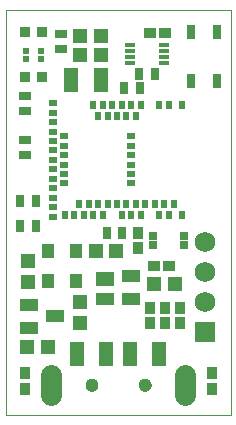
<source format=gts>
G75*
%MOIN*%
%OFA0B0*%
%FSLAX25Y25*%
%IPPOS*%
%LPD*%
%AMOC8*
5,1,8,0,0,1.08239X$1,22.5*
%
%ADD10C,0.00000*%
%ADD11R,0.01975X0.02762*%
%ADD12R,0.02762X0.01975*%
%ADD13R,0.04731X0.07880*%
%ADD14R,0.04534X0.04652*%
%ADD15R,0.04652X0.04534*%
%ADD16R,0.03313X0.04042*%
%ADD17R,0.04042X0.03313*%
%ADD18R,0.06069X0.04337*%
%ADD19R,0.06069X0.05124*%
%ADD20C,0.07000*%
%ADD21C,0.04337*%
%ADD22R,0.05124X0.08274*%
%ADD23R,0.03156X0.03943*%
%ADD24R,0.02953X0.04528*%
%ADD25R,0.02565X0.02565*%
%ADD26R,0.03550X0.03550*%
%ADD27R,0.02362X0.01969*%
%ADD28R,0.03943X0.03156*%
%ADD29R,0.05912X0.04337*%
%ADD30R,0.04337X0.05124*%
%ADD31R,0.06900X0.06900*%
%ADD32C,0.06900*%
%ADD33R,0.03740X0.01575*%
D10*
X0035145Y0060631D02*
X0035145Y0195631D01*
X0110145Y0195631D01*
X0110145Y0060631D01*
X0035145Y0060631D01*
X0061817Y0070631D02*
X0061819Y0070719D01*
X0061825Y0070807D01*
X0061835Y0070895D01*
X0061849Y0070983D01*
X0061866Y0071069D01*
X0061888Y0071155D01*
X0061913Y0071239D01*
X0061943Y0071323D01*
X0061975Y0071405D01*
X0062012Y0071485D01*
X0062052Y0071564D01*
X0062096Y0071641D01*
X0062143Y0071716D01*
X0062193Y0071788D01*
X0062247Y0071859D01*
X0062303Y0071926D01*
X0062363Y0071992D01*
X0062425Y0072054D01*
X0062491Y0072114D01*
X0062558Y0072170D01*
X0062629Y0072224D01*
X0062701Y0072274D01*
X0062776Y0072321D01*
X0062853Y0072365D01*
X0062932Y0072405D01*
X0063012Y0072442D01*
X0063094Y0072474D01*
X0063178Y0072504D01*
X0063262Y0072529D01*
X0063348Y0072551D01*
X0063434Y0072568D01*
X0063522Y0072582D01*
X0063610Y0072592D01*
X0063698Y0072598D01*
X0063786Y0072600D01*
X0063874Y0072598D01*
X0063962Y0072592D01*
X0064050Y0072582D01*
X0064138Y0072568D01*
X0064224Y0072551D01*
X0064310Y0072529D01*
X0064394Y0072504D01*
X0064478Y0072474D01*
X0064560Y0072442D01*
X0064640Y0072405D01*
X0064719Y0072365D01*
X0064796Y0072321D01*
X0064871Y0072274D01*
X0064943Y0072224D01*
X0065014Y0072170D01*
X0065081Y0072114D01*
X0065147Y0072054D01*
X0065209Y0071992D01*
X0065269Y0071926D01*
X0065325Y0071859D01*
X0065379Y0071788D01*
X0065429Y0071716D01*
X0065476Y0071641D01*
X0065520Y0071564D01*
X0065560Y0071485D01*
X0065597Y0071405D01*
X0065629Y0071323D01*
X0065659Y0071239D01*
X0065684Y0071155D01*
X0065706Y0071069D01*
X0065723Y0070983D01*
X0065737Y0070895D01*
X0065747Y0070807D01*
X0065753Y0070719D01*
X0065755Y0070631D01*
X0065753Y0070543D01*
X0065747Y0070455D01*
X0065737Y0070367D01*
X0065723Y0070279D01*
X0065706Y0070193D01*
X0065684Y0070107D01*
X0065659Y0070023D01*
X0065629Y0069939D01*
X0065597Y0069857D01*
X0065560Y0069777D01*
X0065520Y0069698D01*
X0065476Y0069621D01*
X0065429Y0069546D01*
X0065379Y0069474D01*
X0065325Y0069403D01*
X0065269Y0069336D01*
X0065209Y0069270D01*
X0065147Y0069208D01*
X0065081Y0069148D01*
X0065014Y0069092D01*
X0064943Y0069038D01*
X0064871Y0068988D01*
X0064796Y0068941D01*
X0064719Y0068897D01*
X0064640Y0068857D01*
X0064560Y0068820D01*
X0064478Y0068788D01*
X0064394Y0068758D01*
X0064310Y0068733D01*
X0064224Y0068711D01*
X0064138Y0068694D01*
X0064050Y0068680D01*
X0063962Y0068670D01*
X0063874Y0068664D01*
X0063786Y0068662D01*
X0063698Y0068664D01*
X0063610Y0068670D01*
X0063522Y0068680D01*
X0063434Y0068694D01*
X0063348Y0068711D01*
X0063262Y0068733D01*
X0063178Y0068758D01*
X0063094Y0068788D01*
X0063012Y0068820D01*
X0062932Y0068857D01*
X0062853Y0068897D01*
X0062776Y0068941D01*
X0062701Y0068988D01*
X0062629Y0069038D01*
X0062558Y0069092D01*
X0062491Y0069148D01*
X0062425Y0069208D01*
X0062363Y0069270D01*
X0062303Y0069336D01*
X0062247Y0069403D01*
X0062193Y0069474D01*
X0062143Y0069546D01*
X0062096Y0069621D01*
X0062052Y0069698D01*
X0062012Y0069777D01*
X0061975Y0069857D01*
X0061943Y0069939D01*
X0061913Y0070023D01*
X0061888Y0070107D01*
X0061866Y0070193D01*
X0061849Y0070279D01*
X0061835Y0070367D01*
X0061825Y0070455D01*
X0061819Y0070543D01*
X0061817Y0070631D01*
X0079534Y0070631D02*
X0079536Y0070719D01*
X0079542Y0070807D01*
X0079552Y0070895D01*
X0079566Y0070983D01*
X0079583Y0071069D01*
X0079605Y0071155D01*
X0079630Y0071239D01*
X0079660Y0071323D01*
X0079692Y0071405D01*
X0079729Y0071485D01*
X0079769Y0071564D01*
X0079813Y0071641D01*
X0079860Y0071716D01*
X0079910Y0071788D01*
X0079964Y0071859D01*
X0080020Y0071926D01*
X0080080Y0071992D01*
X0080142Y0072054D01*
X0080208Y0072114D01*
X0080275Y0072170D01*
X0080346Y0072224D01*
X0080418Y0072274D01*
X0080493Y0072321D01*
X0080570Y0072365D01*
X0080649Y0072405D01*
X0080729Y0072442D01*
X0080811Y0072474D01*
X0080895Y0072504D01*
X0080979Y0072529D01*
X0081065Y0072551D01*
X0081151Y0072568D01*
X0081239Y0072582D01*
X0081327Y0072592D01*
X0081415Y0072598D01*
X0081503Y0072600D01*
X0081591Y0072598D01*
X0081679Y0072592D01*
X0081767Y0072582D01*
X0081855Y0072568D01*
X0081941Y0072551D01*
X0082027Y0072529D01*
X0082111Y0072504D01*
X0082195Y0072474D01*
X0082277Y0072442D01*
X0082357Y0072405D01*
X0082436Y0072365D01*
X0082513Y0072321D01*
X0082588Y0072274D01*
X0082660Y0072224D01*
X0082731Y0072170D01*
X0082798Y0072114D01*
X0082864Y0072054D01*
X0082926Y0071992D01*
X0082986Y0071926D01*
X0083042Y0071859D01*
X0083096Y0071788D01*
X0083146Y0071716D01*
X0083193Y0071641D01*
X0083237Y0071564D01*
X0083277Y0071485D01*
X0083314Y0071405D01*
X0083346Y0071323D01*
X0083376Y0071239D01*
X0083401Y0071155D01*
X0083423Y0071069D01*
X0083440Y0070983D01*
X0083454Y0070895D01*
X0083464Y0070807D01*
X0083470Y0070719D01*
X0083472Y0070631D01*
X0083470Y0070543D01*
X0083464Y0070455D01*
X0083454Y0070367D01*
X0083440Y0070279D01*
X0083423Y0070193D01*
X0083401Y0070107D01*
X0083376Y0070023D01*
X0083346Y0069939D01*
X0083314Y0069857D01*
X0083277Y0069777D01*
X0083237Y0069698D01*
X0083193Y0069621D01*
X0083146Y0069546D01*
X0083096Y0069474D01*
X0083042Y0069403D01*
X0082986Y0069336D01*
X0082926Y0069270D01*
X0082864Y0069208D01*
X0082798Y0069148D01*
X0082731Y0069092D01*
X0082660Y0069038D01*
X0082588Y0068988D01*
X0082513Y0068941D01*
X0082436Y0068897D01*
X0082357Y0068857D01*
X0082277Y0068820D01*
X0082195Y0068788D01*
X0082111Y0068758D01*
X0082027Y0068733D01*
X0081941Y0068711D01*
X0081855Y0068694D01*
X0081767Y0068680D01*
X0081679Y0068670D01*
X0081591Y0068664D01*
X0081503Y0068662D01*
X0081415Y0068664D01*
X0081327Y0068670D01*
X0081239Y0068680D01*
X0081151Y0068694D01*
X0081065Y0068711D01*
X0080979Y0068733D01*
X0080895Y0068758D01*
X0080811Y0068788D01*
X0080729Y0068820D01*
X0080649Y0068857D01*
X0080570Y0068897D01*
X0080493Y0068941D01*
X0080418Y0068988D01*
X0080346Y0069038D01*
X0080275Y0069092D01*
X0080208Y0069148D01*
X0080142Y0069208D01*
X0080080Y0069270D01*
X0080020Y0069336D01*
X0079964Y0069403D01*
X0079910Y0069474D01*
X0079860Y0069546D01*
X0079813Y0069621D01*
X0079769Y0069698D01*
X0079729Y0069777D01*
X0079692Y0069857D01*
X0079660Y0069939D01*
X0079630Y0070023D01*
X0079605Y0070107D01*
X0079583Y0070193D01*
X0079566Y0070279D01*
X0079552Y0070367D01*
X0079542Y0070455D01*
X0079536Y0070543D01*
X0079534Y0070631D01*
D11*
X0080129Y0127324D03*
X0076979Y0127324D03*
X0075404Y0130867D03*
X0072255Y0130867D03*
X0073830Y0127324D03*
X0078554Y0130867D03*
X0081704Y0130867D03*
X0084853Y0130867D03*
X0086428Y0127324D03*
X0088003Y0130867D03*
X0091152Y0130867D03*
X0089578Y0127324D03*
X0093908Y0127324D03*
X0078554Y0160395D03*
X0076979Y0163938D03*
X0080129Y0163938D03*
X0075404Y0160395D03*
X0073830Y0163938D03*
X0072255Y0160395D03*
X0070680Y0163938D03*
X0069105Y0160395D03*
X0067530Y0163938D03*
X0065956Y0160395D03*
X0064381Y0163938D03*
X0065956Y0130867D03*
X0069105Y0130867D03*
X0067530Y0127324D03*
X0064381Y0127324D03*
X0061231Y0127324D03*
X0059656Y0130867D03*
X0058082Y0127324D03*
X0054932Y0127324D03*
X0062806Y0130867D03*
X0086428Y0163938D03*
X0089578Y0163938D03*
X0093908Y0163938D03*
D12*
X0076979Y0153505D03*
X0076979Y0150355D03*
X0076979Y0147206D03*
X0076979Y0144056D03*
X0076979Y0140906D03*
X0076979Y0137757D03*
X0054538Y0137757D03*
X0054538Y0140906D03*
X0054538Y0144056D03*
X0054538Y0147206D03*
X0054538Y0150355D03*
X0054538Y0153505D03*
X0050995Y0155080D03*
X0050995Y0151930D03*
X0050995Y0148781D03*
X0050995Y0145631D03*
X0050995Y0142481D03*
X0050995Y0139332D03*
X0050995Y0136182D03*
X0050995Y0133032D03*
X0050995Y0129883D03*
X0050995Y0126733D03*
X0050995Y0158229D03*
X0050995Y0161379D03*
X0050995Y0164529D03*
D13*
X0057036Y0172193D03*
X0066878Y0172193D03*
D14*
X0066964Y0180631D03*
X0066964Y0186881D03*
X0060075Y0186881D03*
X0060075Y0180631D03*
X0065137Y0115318D03*
X0072027Y0115318D03*
X0084762Y0104381D03*
X0091652Y0104381D03*
X0049214Y0083131D03*
X0042325Y0083131D03*
D15*
X0042645Y0104999D03*
X0042645Y0111888D03*
X0059832Y0098138D03*
X0059832Y0091249D03*
D16*
X0041520Y0074440D03*
X0041520Y0069322D03*
X0079207Y0116197D03*
X0079207Y0121315D03*
X0083270Y0096315D03*
X0083270Y0091197D03*
X0088270Y0091197D03*
X0088270Y0096315D03*
X0093270Y0096315D03*
X0093270Y0091197D03*
X0103770Y0074440D03*
X0103770Y0069322D03*
D17*
X0089579Y0110318D03*
X0084461Y0110318D03*
X0083148Y0187818D03*
X0088266Y0187818D03*
D18*
X0076975Y0106871D03*
X0076975Y0099391D03*
X0068314Y0099391D03*
D19*
X0068314Y0106084D03*
D20*
X0050204Y0073931D02*
X0050204Y0067331D01*
X0095086Y0067331D02*
X0095086Y0073931D01*
D21*
X0081503Y0070631D03*
X0063786Y0070631D03*
D22*
X0058865Y0080867D03*
X0068708Y0080867D03*
X0076582Y0080867D03*
X0086424Y0080867D03*
D23*
X0073954Y0121256D03*
X0068836Y0121256D03*
X0045141Y0123443D03*
X0045141Y0131881D03*
X0040023Y0131881D03*
X0040023Y0123443D03*
X0074711Y0169443D03*
X0079829Y0169443D03*
X0079711Y0174381D03*
X0084829Y0174381D03*
D24*
X0097100Y0171837D03*
X0105564Y0171837D03*
X0105564Y0188175D03*
X0097100Y0188175D03*
D25*
X0094736Y0120232D03*
X0094736Y0117280D03*
X0084303Y0117280D03*
X0084303Y0120232D03*
D26*
X0047410Y0173131D03*
X0041504Y0173131D03*
X0041504Y0188131D03*
X0047410Y0188131D03*
D27*
X0047016Y0182009D03*
X0047016Y0179253D03*
X0041898Y0179253D03*
X0041898Y0182009D03*
D28*
X0041645Y0166940D03*
X0041645Y0161822D03*
X0041645Y0152252D03*
X0041645Y0147134D03*
X0053520Y0182447D03*
X0053520Y0187565D03*
D29*
X0043001Y0097184D03*
X0043001Y0089703D03*
X0051663Y0093443D03*
D30*
X0049170Y0105318D03*
X0049170Y0115318D03*
X0058619Y0115318D03*
X0058619Y0105318D03*
D31*
X0101645Y0088131D03*
D32*
X0101645Y0098131D03*
X0101645Y0108131D03*
X0101645Y0118131D03*
D33*
X0087916Y0178053D03*
X0087916Y0180022D03*
X0087916Y0181990D03*
X0087916Y0183959D03*
X0076498Y0183959D03*
X0076498Y0181990D03*
X0076498Y0180022D03*
X0076498Y0178053D03*
M02*

</source>
